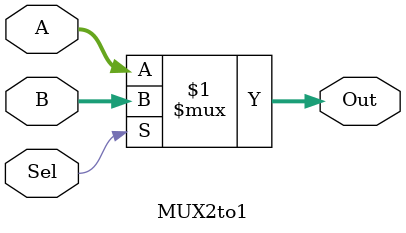
<source format=v>
`timescale 1ns/1ns

module MUX2to1(
    input [31:0] A,
    input [31:0] B,
    input Sel,
    output [31:0] Out
);

// 2. Elementos internos (wires y reg)
// No se requieren elementos internos adicionales

// 3. Cuerpo
    // Asignaciones
    assign Out = (Sel) ? B : A; // Selección de entrada
endmodule

</source>
